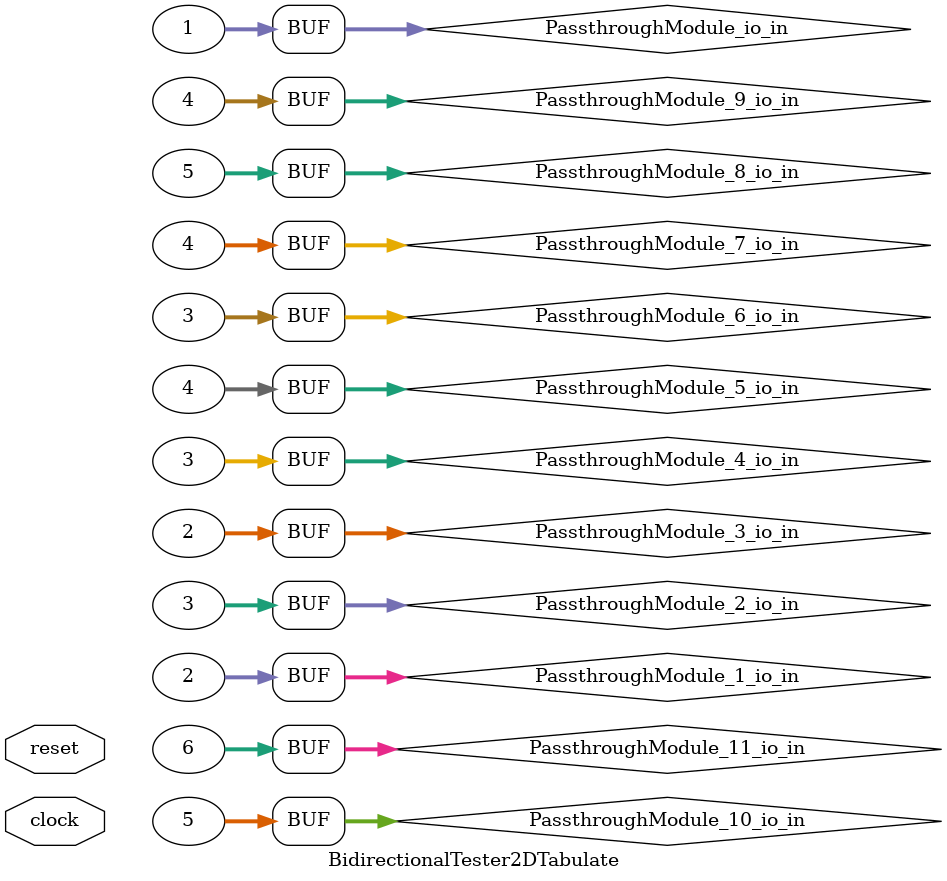
<source format=v>
module PassthroughModule(
  input  [31:0] io_in,
  output [31:0] io_out
);
  assign io_out = io_in; // @[Util.scala 19:10]
endmodule
module BidirectionalTester2DTabulate(
  input   clock,
  input   reset
);
  wire [31:0] PassthroughModule_io_in; // @[Vec.scala 209:30]
  wire [31:0] PassthroughModule_io_out; // @[Vec.scala 209:30]
  wire [31:0] PassthroughModule_1_io_in; // @[Vec.scala 209:30]
  wire [31:0] PassthroughModule_1_io_out; // @[Vec.scala 209:30]
  wire [31:0] PassthroughModule_2_io_in; // @[Vec.scala 209:30]
  wire [31:0] PassthroughModule_2_io_out; // @[Vec.scala 209:30]
  wire [31:0] PassthroughModule_3_io_in; // @[Vec.scala 209:30]
  wire [31:0] PassthroughModule_3_io_out; // @[Vec.scala 209:30]
  wire [31:0] PassthroughModule_4_io_in; // @[Vec.scala 209:30]
  wire [31:0] PassthroughModule_4_io_out; // @[Vec.scala 209:30]
  wire [31:0] PassthroughModule_5_io_in; // @[Vec.scala 209:30]
  wire [31:0] PassthroughModule_5_io_out; // @[Vec.scala 209:30]
  wire [31:0] PassthroughModule_6_io_in; // @[Vec.scala 209:30]
  wire [31:0] PassthroughModule_6_io_out; // @[Vec.scala 209:30]
  wire [31:0] PassthroughModule_7_io_in; // @[Vec.scala 209:30]
  wire [31:0] PassthroughModule_7_io_out; // @[Vec.scala 209:30]
  wire [31:0] PassthroughModule_8_io_in; // @[Vec.scala 209:30]
  wire [31:0] PassthroughModule_8_io_out; // @[Vec.scala 209:30]
  wire [31:0] PassthroughModule_9_io_in; // @[Vec.scala 209:30]
  wire [31:0] PassthroughModule_9_io_out; // @[Vec.scala 209:30]
  wire [31:0] PassthroughModule_10_io_in; // @[Vec.scala 209:30]
  wire [31:0] PassthroughModule_10_io_out; // @[Vec.scala 209:30]
  wire [31:0] PassthroughModule_11_io_in; // @[Vec.scala 209:30]
  wire [31:0] PassthroughModule_11_io_out; // @[Vec.scala 209:30]
  wire  _T_2 = ~reset; // @[Vec.scala 211:13]
  PassthroughModule PassthroughModule ( // @[Vec.scala 209:30]
    .io_in(PassthroughModule_io_in),
    .io_out(PassthroughModule_io_out)
  );
  PassthroughModule PassthroughModule_1 ( // @[Vec.scala 209:30]
    .io_in(PassthroughModule_1_io_in),
    .io_out(PassthroughModule_1_io_out)
  );
  PassthroughModule PassthroughModule_2 ( // @[Vec.scala 209:30]
    .io_in(PassthroughModule_2_io_in),
    .io_out(PassthroughModule_2_io_out)
  );
  PassthroughModule PassthroughModule_3 ( // @[Vec.scala 209:30]
    .io_in(PassthroughModule_3_io_in),
    .io_out(PassthroughModule_3_io_out)
  );
  PassthroughModule PassthroughModule_4 ( // @[Vec.scala 209:30]
    .io_in(PassthroughModule_4_io_in),
    .io_out(PassthroughModule_4_io_out)
  );
  PassthroughModule PassthroughModule_5 ( // @[Vec.scala 209:30]
    .io_in(PassthroughModule_5_io_in),
    .io_out(PassthroughModule_5_io_out)
  );
  PassthroughModule PassthroughModule_6 ( // @[Vec.scala 209:30]
    .io_in(PassthroughModule_6_io_in),
    .io_out(PassthroughModule_6_io_out)
  );
  PassthroughModule PassthroughModule_7 ( // @[Vec.scala 209:30]
    .io_in(PassthroughModule_7_io_in),
    .io_out(PassthroughModule_7_io_out)
  );
  PassthroughModule PassthroughModule_8 ( // @[Vec.scala 209:30]
    .io_in(PassthroughModule_8_io_in),
    .io_out(PassthroughModule_8_io_out)
  );
  PassthroughModule PassthroughModule_9 ( // @[Vec.scala 209:30]
    .io_in(PassthroughModule_9_io_in),
    .io_out(PassthroughModule_9_io_out)
  );
  PassthroughModule PassthroughModule_10 ( // @[Vec.scala 209:30]
    .io_in(PassthroughModule_10_io_in),
    .io_out(PassthroughModule_10_io_out)
  );
  PassthroughModule PassthroughModule_11 ( // @[Vec.scala 209:30]
    .io_in(PassthroughModule_11_io_in),
    .io_out(PassthroughModule_11_io_out)
  );
  assign PassthroughModule_io_in = 32'h1; // @[Vec.scala 202:{40,40}]
  assign PassthroughModule_1_io_in = 32'h2; // @[Vec.scala 202:{40,40}]
  assign PassthroughModule_2_io_in = 32'h3; // @[Vec.scala 202:{40,40}]
  assign PassthroughModule_3_io_in = 32'h2; // @[Vec.scala 202:{40,40}]
  assign PassthroughModule_4_io_in = 32'h3; // @[Vec.scala 202:{40,40}]
  assign PassthroughModule_5_io_in = 32'h4; // @[Vec.scala 202:{40,40}]
  assign PassthroughModule_6_io_in = 32'h3; // @[Vec.scala 202:{40,40}]
  assign PassthroughModule_7_io_in = 32'h4; // @[Vec.scala 202:{40,40}]
  assign PassthroughModule_8_io_in = 32'h5; // @[Vec.scala 202:{40,40}]
  assign PassthroughModule_9_io_in = 32'h4; // @[Vec.scala 202:{40,40}]
  assign PassthroughModule_10_io_in = 32'h5; // @[Vec.scala 202:{40,40}]
  assign PassthroughModule_11_io_in = 32'h6; // @[Vec.scala 202:{40,40}]
  always @(posedge clock) begin
    `ifndef SYNTHESIS
    `ifdef STOP_COND
      if (`STOP_COND) begin
    `endif
        if (~reset & ~(PassthroughModule_io_out == 32'h1)) begin
          $fatal; // @[Vec.scala 211:13]
        end
    `ifdef STOP_COND
      end
    `endif
    `endif // SYNTHESIS
    `ifndef SYNTHESIS
    `ifdef PRINTF_COND
      if (`PRINTF_COND) begin
    `endif
        if (~reset & ~(PassthroughModule_io_out == 32'h1)) begin
          $fwrite(32'h80000002,"Assertion failed\n    at Vec.scala:211 assert(receiveMod.out === value.U)\n"); // @[Vec.scala 211:13]
        end
    `ifdef PRINTF_COND
      end
    `endif
    `endif // SYNTHESIS
    `ifndef SYNTHESIS
    `ifdef STOP_COND
      if (`STOP_COND) begin
    `endif
        if (~reset & ~(PassthroughModule_1_io_out == 32'h2)) begin
          $fatal; // @[Vec.scala 211:13]
        end
    `ifdef STOP_COND
      end
    `endif
    `endif // SYNTHESIS
    `ifndef SYNTHESIS
    `ifdef PRINTF_COND
      if (`PRINTF_COND) begin
    `endif
        if (~reset & ~(PassthroughModule_1_io_out == 32'h2)) begin
          $fwrite(32'h80000002,"Assertion failed\n    at Vec.scala:211 assert(receiveMod.out === value.U)\n"); // @[Vec.scala 211:13]
        end
    `ifdef PRINTF_COND
      end
    `endif
    `endif // SYNTHESIS
    `ifndef SYNTHESIS
    `ifdef STOP_COND
      if (`STOP_COND) begin
    `endif
        if (~reset & ~(PassthroughModule_2_io_out == 32'h3)) begin
          $fatal; // @[Vec.scala 211:13]
        end
    `ifdef STOP_COND
      end
    `endif
    `endif // SYNTHESIS
    `ifndef SYNTHESIS
    `ifdef PRINTF_COND
      if (`PRINTF_COND) begin
    `endif
        if (~reset & ~(PassthroughModule_2_io_out == 32'h3)) begin
          $fwrite(32'h80000002,"Assertion failed\n    at Vec.scala:211 assert(receiveMod.out === value.U)\n"); // @[Vec.scala 211:13]
        end
    `ifdef PRINTF_COND
      end
    `endif
    `endif // SYNTHESIS
    `ifndef SYNTHESIS
    `ifdef STOP_COND
      if (`STOP_COND) begin
    `endif
        if (~reset & ~(PassthroughModule_3_io_out == 32'h2)) begin
          $fatal; // @[Vec.scala 211:13]
        end
    `ifdef STOP_COND
      end
    `endif
    `endif // SYNTHESIS
    `ifndef SYNTHESIS
    `ifdef PRINTF_COND
      if (`PRINTF_COND) begin
    `endif
        if (~reset & ~(PassthroughModule_3_io_out == 32'h2)) begin
          $fwrite(32'h80000002,"Assertion failed\n    at Vec.scala:211 assert(receiveMod.out === value.U)\n"); // @[Vec.scala 211:13]
        end
    `ifdef PRINTF_COND
      end
    `endif
    `endif // SYNTHESIS
    `ifndef SYNTHESIS
    `ifdef STOP_COND
      if (`STOP_COND) begin
    `endif
        if (~reset & ~(PassthroughModule_4_io_out == 32'h3)) begin
          $fatal; // @[Vec.scala 211:13]
        end
    `ifdef STOP_COND
      end
    `endif
    `endif // SYNTHESIS
    `ifndef SYNTHESIS
    `ifdef PRINTF_COND
      if (`PRINTF_COND) begin
    `endif
        if (~reset & ~(PassthroughModule_4_io_out == 32'h3)) begin
          $fwrite(32'h80000002,"Assertion failed\n    at Vec.scala:211 assert(receiveMod.out === value.U)\n"); // @[Vec.scala 211:13]
        end
    `ifdef PRINTF_COND
      end
    `endif
    `endif // SYNTHESIS
    `ifndef SYNTHESIS
    `ifdef STOP_COND
      if (`STOP_COND) begin
    `endif
        if (~reset & ~(PassthroughModule_5_io_out == 32'h4)) begin
          $fatal; // @[Vec.scala 211:13]
        end
    `ifdef STOP_COND
      end
    `endif
    `endif // SYNTHESIS
    `ifndef SYNTHESIS
    `ifdef PRINTF_COND
      if (`PRINTF_COND) begin
    `endif
        if (~reset & ~(PassthroughModule_5_io_out == 32'h4)) begin
          $fwrite(32'h80000002,"Assertion failed\n    at Vec.scala:211 assert(receiveMod.out === value.U)\n"); // @[Vec.scala 211:13]
        end
    `ifdef PRINTF_COND
      end
    `endif
    `endif // SYNTHESIS
    `ifndef SYNTHESIS
    `ifdef STOP_COND
      if (`STOP_COND) begin
    `endif
        if (~reset & ~(PassthroughModule_6_io_out == 32'h3)) begin
          $fatal; // @[Vec.scala 211:13]
        end
    `ifdef STOP_COND
      end
    `endif
    `endif // SYNTHESIS
    `ifndef SYNTHESIS
    `ifdef PRINTF_COND
      if (`PRINTF_COND) begin
    `endif
        if (~reset & ~(PassthroughModule_6_io_out == 32'h3)) begin
          $fwrite(32'h80000002,"Assertion failed\n    at Vec.scala:211 assert(receiveMod.out === value.U)\n"); // @[Vec.scala 211:13]
        end
    `ifdef PRINTF_COND
      end
    `endif
    `endif // SYNTHESIS
    `ifndef SYNTHESIS
    `ifdef STOP_COND
      if (`STOP_COND) begin
    `endif
        if (~reset & ~(PassthroughModule_7_io_out == 32'h4)) begin
          $fatal; // @[Vec.scala 211:13]
        end
    `ifdef STOP_COND
      end
    `endif
    `endif // SYNTHESIS
    `ifndef SYNTHESIS
    `ifdef PRINTF_COND
      if (`PRINTF_COND) begin
    `endif
        if (~reset & ~(PassthroughModule_7_io_out == 32'h4)) begin
          $fwrite(32'h80000002,"Assertion failed\n    at Vec.scala:211 assert(receiveMod.out === value.U)\n"); // @[Vec.scala 211:13]
        end
    `ifdef PRINTF_COND
      end
    `endif
    `endif // SYNTHESIS
    `ifndef SYNTHESIS
    `ifdef STOP_COND
      if (`STOP_COND) begin
    `endif
        if (~reset & ~(PassthroughModule_8_io_out == 32'h5)) begin
          $fatal; // @[Vec.scala 211:13]
        end
    `ifdef STOP_COND
      end
    `endif
    `endif // SYNTHESIS
    `ifndef SYNTHESIS
    `ifdef PRINTF_COND
      if (`PRINTF_COND) begin
    `endif
        if (~reset & ~(PassthroughModule_8_io_out == 32'h5)) begin
          $fwrite(32'h80000002,"Assertion failed\n    at Vec.scala:211 assert(receiveMod.out === value.U)\n"); // @[Vec.scala 211:13]
        end
    `ifdef PRINTF_COND
      end
    `endif
    `endif // SYNTHESIS
    `ifndef SYNTHESIS
    `ifdef STOP_COND
      if (`STOP_COND) begin
    `endif
        if (~reset & ~(PassthroughModule_9_io_out == 32'h4)) begin
          $fatal; // @[Vec.scala 211:13]
        end
    `ifdef STOP_COND
      end
    `endif
    `endif // SYNTHESIS
    `ifndef SYNTHESIS
    `ifdef PRINTF_COND
      if (`PRINTF_COND) begin
    `endif
        if (~reset & ~(PassthroughModule_9_io_out == 32'h4)) begin
          $fwrite(32'h80000002,"Assertion failed\n    at Vec.scala:211 assert(receiveMod.out === value.U)\n"); // @[Vec.scala 211:13]
        end
    `ifdef PRINTF_COND
      end
    `endif
    `endif // SYNTHESIS
    `ifndef SYNTHESIS
    `ifdef STOP_COND
      if (`STOP_COND) begin
    `endif
        if (~reset & ~(PassthroughModule_10_io_out == 32'h5)) begin
          $fatal; // @[Vec.scala 211:13]
        end
    `ifdef STOP_COND
      end
    `endif
    `endif // SYNTHESIS
    `ifndef SYNTHESIS
    `ifdef PRINTF_COND
      if (`PRINTF_COND) begin
    `endif
        if (~reset & ~(PassthroughModule_10_io_out == 32'h5)) begin
          $fwrite(32'h80000002,"Assertion failed\n    at Vec.scala:211 assert(receiveMod.out === value.U)\n"); // @[Vec.scala 211:13]
        end
    `ifdef PRINTF_COND
      end
    `endif
    `endif // SYNTHESIS
    `ifndef SYNTHESIS
    `ifdef STOP_COND
      if (`STOP_COND) begin
    `endif
        if (~reset & ~(PassthroughModule_11_io_out == 32'h6)) begin
          $fatal; // @[Vec.scala 211:13]
        end
    `ifdef STOP_COND
      end
    `endif
    `endif // SYNTHESIS
    `ifndef SYNTHESIS
    `ifdef PRINTF_COND
      if (`PRINTF_COND) begin
    `endif
        if (~reset & ~(PassthroughModule_11_io_out == 32'h6)) begin
          $fwrite(32'h80000002,"Assertion failed\n    at Vec.scala:211 assert(receiveMod.out === value.U)\n"); // @[Vec.scala 211:13]
        end
    `ifdef PRINTF_COND
      end
    `endif
    `endif // SYNTHESIS
    `ifndef SYNTHESIS
    `ifdef STOP_COND
      if (`STOP_COND) begin
    `endif
        if (_T_2) begin
          $finish; // @[Vec.scala 213:9]
        end
    `ifdef STOP_COND
      end
    `endif
    `endif // SYNTHESIS
  end
endmodule

</source>
